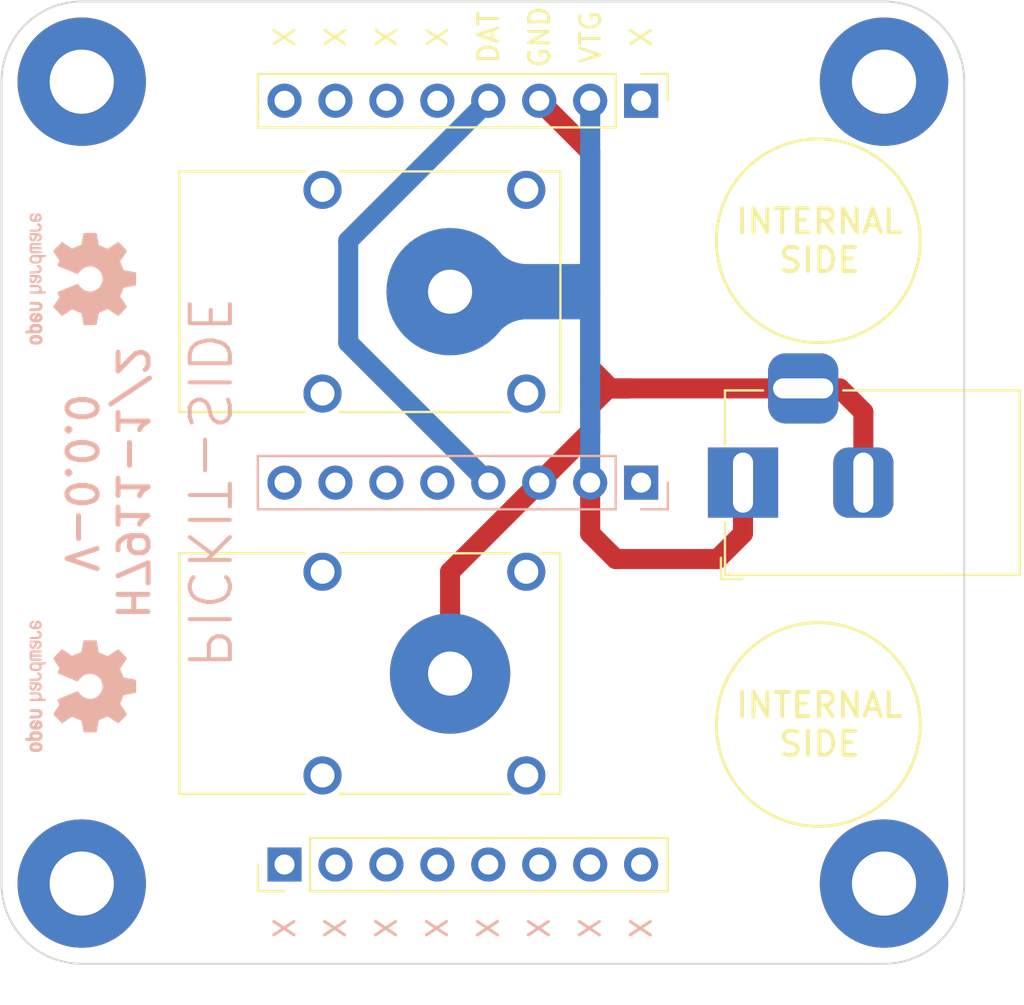
<source format=kicad_pcb>
(kicad_pcb (version 20240108) (generator "pcbnew") (generator_version "8.0")
  (layers (0 "F.Cu" signal) (31 "B.Cu" signal) (34 "B.Paste" user) (35 "F.Paste" user) (36 "B.SilkS" user "B.Silkscreen") (37 "F.SilkS" user "F.Silkscreen") (38 "B.Mask" user) (39 "F.Mask" user) (44 "Edge.Cuts" user))
  (net 0 "")
  (net 2 "/Master/Master_VTG")
  (net 3 "/Master/Master_DAT")
  (net 8 "/Master/Master_GND")
  (footprint "MountingHole:MountingHole_3.2mm_M3_Pad_TopBottom" (layer "F.Cu") (at 86.48 53.66)
    (property "Reference" "H1" (hide yes))
    (property "Value" "MountingHole" (hide yes))
    (pad "1" thru_hole circle (at 0 0) (size 3.6 3.6) (drill 3.2) (layers "*.Cu" "*.Mask"))
    (pad "1" connect circle (at 0 0) (size 6.4 6.4) (layers "F.Cu" "F.Mask"))
    (pad "1" connect circle (at 0 0) (size 6.4 6.4) (layers "B.Cu" "B.Mask"))
  )
  (footprint "Connector_PinHeader_2.54mm:PinHeader_1x08_P2.54mm_Vertical" (layer "F.Cu") (at 96.59 92.71 90)
    (property "Reference" "J3" (hide yes))
    (property "Value" "CON" (hide yes))
    (pad "1" thru_hole rect (at 0 0 90) (size 1.7 1.7) (drill 1) (layers "*.Cu" "*.Mask"))
    (pad "2" thru_hole oval (at 0 2.54 90) (size 1.7 1.7) (drill 1) (layers "*.Cu" "*.Mask"))
    (pad "3" thru_hole oval (at 0 5.08 90) (size 1.7 1.7) (drill 1) (layers "*.Cu" "*.Mask"))
    (pad "4" thru_hole oval (at 0 7.62 90) (size 1.7 1.7) (drill 1) (layers "*.Cu" "*.Mask"))
    (pad "5" thru_hole oval (at 0 10.16 90) (size 1.7 1.7) (drill 1) (layers "*.Cu" "*.Mask"))
    (pad "6" thru_hole oval (at 0 12.7 90) (size 1.7 1.7) (drill 1) (layers "*.Cu" "*.Mask"))
    (pad "7" thru_hole oval (at 0 15.24 90) (size 1.7 1.7) (drill 1) (layers "*.Cu" "*.Mask"))
    (pad "8" thru_hole oval (at 0 17.78 90) (size 1.7 1.7) (drill 1) (layers "*.Cu" "*.Mask"))
  )
  (footprint "Connector_BarrelJack:BarrelJack_Horizontal" (layer "F.Cu") (at 119.45 73.66 180)
    (property "Reference" "J10" (hide yes))
    (property "Value" "Barrel_Jack_Switch" (hide yes))
    (pad "1" thru_hole rect (at 0 0 180) (size 3.5 3.5) (drill oval 1 3) (layers "*.Cu" "*.Mask") (net 2 "/Master/Master_VTG"))
    (pad "2" thru_hole roundrect (at -6 0 180) (size 3 3.5) (drill oval 1 3) (layers "*.Cu" "*.Mask") (net 8 "/Master/Master_GND"))
    (pad "3" thru_hole roundrect (at -3 4.7 180) (size 3.5 3.5) (drill oval 3 1) (layers "*.Cu" "*.Mask") (net 8 "/Master/Master_GND"))
  )
  (footprint "schutzinger SWEB 8094:SWEB 8094 BLACK" (layer "F.Cu") (at 104.845 83.185 90)
    (property "Reference" "J7" (hide yes))
    (property "Value" "~" (hide yes))
    (pad "1" thru_hole circle (at 0 0 90) (size 6 6) (drill 2.2) (layers "*.Cu" "*.Mask") (net 8 "/Master/Master_GND"))
    (pad "MP" thru_hole circle (at -5.08 -6.36 90) (size 1.9 1.9) (drill 1.2) (layers "*.Cu" "*.Mask"))
    (pad "MP" thru_hole circle (at -5.08 3.8 90) (size 1.9 1.9) (drill 1.2) (layers "*.Cu" "*.Mask"))
    (pad "MP" thru_hole circle (at 5.08 -6.36 90) (size 1.9 1.9) (drill 1.2) (layers "*.Cu" "*.Mask"))
    (pad "MP" thru_hole circle (at 5.08 3.8 90) (size 1.9 1.9) (drill 1.2) (layers "*.Cu" "*.Mask"))
  )
  (footprint "MountingHole:MountingHole_3.2mm_M3_Pad_TopBottom" (layer "F.Cu") (at 86.48 93.66)
    (property "Reference" "H2" (hide yes))
    (property "Value" "MountingHole" (hide yes))
    (pad "1" thru_hole circle (at 0 0) (size 3.6 3.6) (drill 3.2) (layers "*.Cu" "*.Mask"))
    (pad "1" connect circle (at 0 0) (size 6.4 6.4) (layers "F.Cu" "F.Mask"))
    (pad "1" connect circle (at 0 0) (size 6.4 6.4) (layers "B.Cu" "B.Mask"))
  )
  (footprint "MountingHole:MountingHole_3.2mm_M3_Pad_TopBottom" (layer "F.Cu") (at 126.48 53.66)
    (property "Reference" "H3" (hide yes))
    (property "Value" "MountingHole" (hide yes))
    (pad "1" thru_hole circle (at 0 0) (size 3.6 3.6) (drill 3.2) (layers "*.Cu" "*.Mask"))
    (pad "1" connect circle (at 0 0) (size 6.4 6.4) (layers "F.Cu" "F.Mask"))
    (pad "1" connect circle (at 0 0) (size 6.4 6.4) (layers "B.Cu" "B.Mask"))
  )
  (footprint "Connector_PinHeader_2.54mm:PinHeader_1x08_P2.54mm_Vertical" (layer "F.Cu") (at 114.37 54.61 -90)
    (property "Reference" "J4" (hide yes))
    (property "Value" "CON" (hide yes))
    (pad "1" thru_hole rect (at 0 0 270) (size 1.7 1.7) (drill 1) (layers "*.Cu" "*.Mask"))
    (pad "2" thru_hole oval (at 0 2.54 270) (size 1.7 1.7) (drill 1) (layers "*.Cu" "*.Mask") (net 2 "/Master/Master_VTG"))
    (pad "3" thru_hole oval (at 0 5.08 270) (size 1.7 1.7) (drill 1) (layers "*.Cu" "*.Mask") (net 8 "/Master/Master_GND"))
    (pad "4" thru_hole oval (at 0 7.62 270) (size 1.7 1.7) (drill 1) (layers "*.Cu" "*.Mask") (net 3 "/Master/Master_DAT"))
    (pad "5" thru_hole oval (at 0 10.16 270) (size 1.7 1.7) (drill 1) (layers "*.Cu" "*.Mask"))
    (pad "6" thru_hole oval (at 0 12.7 270) (size 1.7 1.7) (drill 1) (layers "*.Cu" "*.Mask"))
    (pad "7" thru_hole oval (at 0 15.24 270) (size 1.7 1.7) (drill 1) (layers "*.Cu" "*.Mask"))
    (pad "8" thru_hole oval (at 0 17.78 270) (size 1.7 1.7) (drill 1) (layers "*.Cu" "*.Mask"))
  )
  (footprint "MountingHole:MountingHole_3.2mm_M3_Pad_TopBottom" (layer "F.Cu") (at 126.48 93.66)
    (property "Reference" "H4" (hide yes))
    (property "Value" "MountingHole" (hide yes))
    (pad "1" thru_hole circle (at 0 0) (size 3.6 3.6) (drill 3.2) (layers "*.Cu" "*.Mask"))
    (pad "1" connect circle (at 0 0) (size 6.4 6.4) (layers "F.Cu" "F.Mask"))
    (pad "1" connect circle (at 0 0) (size 6.4 6.4) (layers "B.Cu" "B.Mask"))
  )
  (footprint "schutzinger SWEB 8094:SWEB 8094 RED" (layer "F.Cu") (at 104.845 64.135 90)
    (property "Reference" "J6" (hide yes))
    (property "Value" "~" (hide yes))
    (pad "1" thru_hole circle (at 0 0 90) (size 6 6) (drill 2.2) (layers "*.Cu" "*.Mask") (net 2 "/Master/Master_VTG"))
    (pad "MP" thru_hole circle (at -5.08 -6.36 90) (size 1.9 1.9) (drill 1.2) (layers "*.Cu" "*.Mask"))
    (pad "MP" thru_hole circle (at -5.08 3.8 90) (size 1.9 1.9) (drill 1.2) (layers "*.Cu" "*.Mask"))
    (pad "MP" thru_hole circle (at 5.08 -6.36 90) (size 1.9 1.9) (drill 1.2) (layers "*.Cu" "*.Mask"))
    (pad "MP" thru_hole circle (at 5.08 3.8 90) (size 1.9 1.9) (drill 1.2) (layers "*.Cu" "*.Mask"))
  )
  (footprint "Connector_PinHeader_2.54mm:PinHeader_1x08_P2.54mm_Vertical" (layer "B.Cu") (at 114.37 73.66 90)
    (property "Reference" "J1" (hide yes))
    (property "Value" "PicKit" (hide yes))
    (pad "1" thru_hole rect (at 0 0 90) (size 1.7 1.7) (drill 1) (layers "*.Cu" "*.Mask"))
    (pad "2" thru_hole oval (at 0 -2.54 90) (size 1.7 1.7) (drill 1) (layers "*.Cu" "*.Mask") (net 2 "/Master/Master_VTG"))
    (pad "3" thru_hole oval (at 0 -5.08 90) (size 1.7 1.7) (drill 1) (layers "*.Cu" "*.Mask") (net 8 "/Master/Master_GND"))
    (pad "4" thru_hole oval (at 0 -7.62 90) (size 1.7 1.7) (drill 1) (layers "*.Cu" "*.Mask") (net 3 "/Master/Master_DAT"))
    (pad "5" thru_hole oval (at 0 -10.16 90) (size 1.7 1.7) (drill 1) (layers "*.Cu" "*.Mask"))
    (pad "6" thru_hole oval (at 0 -12.7 90) (size 1.7 1.7) (drill 1) (layers "*.Cu" "*.Mask"))
    (pad "7" thru_hole oval (at 0 -15.24 90) (size 1.7 1.7) (drill 1) (layers "*.Cu" "*.Mask"))
    (pad "8" thru_hole oval (at 0 -17.78 90) (size 1.7 1.7) (drill 1) (layers "*.Cu" "*.Mask"))
  )
  (footprint "Symbol:OSHW-Logo2_7.3x6mm_SilkScreen" (layer "B.Cu") (at 86.43 63.5 90)
    (property "Reference" "REF**" (hide yes))
    (property "Value" "OSHW-Logo2_7.3x6mm_SilkScreen" (hide yes))
  )
  (footprint "Symbol:OSHW-Logo2_7.3x6mm_SilkScreen" (layer "B.Cu") (at 86.43 83.82 90)
    (property "Reference" "REF**" (hide yes))
    (property "Value" "OSHW-Logo2_7.3x6mm_SilkScreen" (hide yes))
  )
  (gr_circle (center 123.205 61.595) (end 118.125 61.595) (stroke (width 0.15)) (fill none) (layer "F.SilkS"))
  (gr_circle (center 123.205 85.725) (end 118.125 85.725) (stroke (width 0.15)) (fill none) (layer "F.SilkS"))
  (gr_line (start 130.48 93.66) (end 130.48 53.66) (stroke (width 0.1)) (layer "Edge.Cuts"))
  (gr_arc (start 126.48 49.66) (mid 129.308427 50.831573) (end 130.48 53.66) (stroke (width 0.1)) (layer "Edge.Cuts"))
  (gr_arc (start 82.48 53.66) (mid 83.651573 50.831573) (end 86.48 49.66) (stroke (width 0.1)) (layer "Edge.Cuts"))
  (gr_line (start 86.48 97.66) (end 126.48 97.66) (stroke (width 0.1)) (layer "Edge.Cuts"))
  (gr_arc (start 86.48 97.66) (mid 83.651573 96.488427) (end 82.48 93.66) (stroke (width 0.1)) (layer "Edge.Cuts"))
  (gr_line (start 82.48 53.66) (end 82.48 93.66) (stroke (width 0.1)) (layer "Edge.Cuts"))
  (gr_arc (start 130.48 93.66) (mid 129.308427 96.488427) (end 126.48 97.66) (stroke (width 0.1)) (layer "Edge.Cuts"))
  (gr_line (start 126.48 49.66) (end 86.48 49.66) (stroke (width 0.1)) (layer "Edge.Cuts"))
  (gr_text "X" (at 99.13 95.885 90) (layer "B.SilkS") (effects (font (size 1 1)) (justify mirror)))
  (gr_text "X" (at 101.67 95.885 90) (layer "B.SilkS") (effects (font (size 1 1)) (justify mirror)))
  (gr_text "X" (at 111.83 95.885 90) (layer "B.SilkS") (effects (font (size 1 1)) (justify mirror)))
  (gr_text "V-0.0.0" (at 86.43 73.66 -90) (layer "B.SilkS") (effects (font (size 1.5 1.5) (thickness 0.25) (bold yes)) (justify mirror)))
  (gr_text "PICKIT-SIDE" (at 92.78 73.659998 -90) (layer "B.SilkS") (effects (font (size 2 2) (thickness 0.2)) (justify mirror)))
  (gr_text "X" (at 114.37 95.885 90) (layer "B.SilkS") (effects (font (size 1 1)) (justify mirror)))
  (gr_text "H7911-1/2" (at 88.97 73.66 -90) (layer "B.SilkS") (effects (font (size 1.5 1.5) (thickness 0.25) (bold yes)) (justify mirror)))
  (gr_text "X" (at 109.29 95.885 90) (layer "B.SilkS") (effects (font (size 1 1)) (justify mirror)))
  (gr_text "X" (at 96.605 95.885 90) (layer "B.SilkS") (effects (font (size 1 1)) (justify mirror)))
  (gr_text "X" (at 104.21 95.885 90) (layer "B.SilkS") (effects (font (size 1 1)) (justify mirror)))
  (gr_text "X" (at 106.75 95.885 90) (layer "B.SilkS") (effects (font (size 1 1)) (justify mirror)))
  (gr_text "X" (at 101.685 51.435 90) (layer "F.SilkS") (effects (font (size 1 1))))
  (gr_text "DAT" (at 106.765 51.435 90) (layer "F.SilkS") (effects (font (size 1 1))))
  (gr_text "X" (at 99.145 51.435 90) (layer "F.SilkS") (effects (font (size 1 1))))
  (gr_text "X" (at 99.145 95.885 90) (layer "F.SilkS") (effects (font (size 1 1))))
  (gr_text "X" (at 104.225 51.435 90) (layer "F.SilkS") (effects (font (size 1 1))))
  (gr_text "GND" (at 109.305 51.435 90) (layer "F.SilkS") (effects (font (size 1 1))))
  (gr_text "X" (at 96.605 51.435 90) (layer "F.SilkS") (effects (font (size 1 1))))
  (gr_text "X" (at 114.385 51.435 90) (layer "F.SilkS") (effects (font (size 1 1))))
  (gr_text "INTERNAL\nSIDE" (at 123.26 85.725 0) (layer "F.SilkS") (effects (font (size 1.2 1.2) (thickness 0.2) (bold yes))))
  (gr_text "X" (at 96.59 95.885 90) (layer "F.SilkS") (effects (font (size 1 1))))
  (gr_text "X" (at 106.765 95.885 90) (layer "F.SilkS") (effects (font (size 1 1))))
  (gr_text "VTG" (at 111.845 51.435 90) (layer "F.SilkS") (effects (font (size 1 1))))
  (gr_text "X" (at 101.685 95.885 90) (layer "F.SilkS") (effects (font (size 1 1))))
  (gr_text "X" (at 111.845 95.885 90) (layer "F.SilkS") (effects (font (size 1 1))))
  (gr_text "X" (at 114.385 95.885 90) (layer "F.SilkS") (effects (font (size 1 1))))
  (gr_text "X" (at 104.225 95.885 90) (layer "F.SilkS") (effects (font (size 1 1))))
  (gr_text "X" (at 109.305 95.885 90) (layer "F.SilkS") (effects (font (size 1 1))))
  (gr_text "INTERNAL\nSIDE" (at 123.26 61.595 0) (layer "F.SilkS") (effects (font (size 1.2 1.2) (thickness 0.2) (bold yes))))
  (segment (start 118.18 77.47) (end 113.1 77.47) (width 1) (layer "F.Cu") (net 2))
  (segment (start 111.83 76.2) (end 113.1 77.47) (width 1) (layer "F.Cu") (net 2))
  (segment (start 119.45 73.66) (end 119.45 76.2) (width 1) (layer "F.Cu") (net 2))
  (segment (start 119.45 76.2) (end 118.18 77.47) (width 1) (layer "F.Cu") (net 2))
  (segment (start 111.83 73.66) (end 111.83 76.2) (width 1) (layer "F.Cu") (net 2))
  (segment (start 111.83 64.135) (end 111.83 68.58) (width 1) (layer "B.Cu") (net 2))
  (segment (start 111.83 71.12) (end 111.83 73.66) (width 1) (layer "B.Cu") (net 2))
  (segment (start 111.83 54.61) (end 111.83 64.135) (width 1) (layer "B.Cu") (net 2))
  (segment (start 111.83 68.58) (end 111.83 71.12) (width 1) (layer "B.Cu") (net 2))
  (segment (start 99.765 61.595) (end 106.75 54.61) (width 1) (layer "B.Cu") (net 3))
  (segment (start 99.765 66.675) (end 99.765 61.595) (width 1) (layer "B.Cu") (net 3))
  (segment (start 106.75 73.66) (end 99.765 66.675) (width 1) (layer "B.Cu") (net 3))
  (segment (start 125.45 73.66) (end 125.45 70.134) (width 1) (layer "F.Cu") (net 8))
  (segment (start 111.83 68.58) (end 111.83 69.85) (width 1) (layer "F.Cu") (net 8))
  (segment (start 122.45 68.96) (end 123.64 68.96) (width 1) (layer "F.Cu") (net 8))
  (segment (start 111.83 69.595) (end 112.465 68.96) (width 1) (layer "F.Cu") (net 8))
  (segment (start 109.29 54.61) (end 111.83 57.15) (width 1) (layer "F.Cu") (net 8))
  (segment (start 112.72 68.96) (end 111.83 69.85) (width 1) (layer "F.Cu") (net 8))
  (segment (start 112.845 68.96) (end 111.83 67.945) (width 1) (layer "F.Cu") (net 8))
  (segment (start 111.83 67.945) (end 112.465 68.58) (width 1) (layer "F.Cu") (net 8))
  (segment (start 111.83 67.945) (end 111.83 68.58) (width 1) (layer "F.Cu") (net 8))
  (segment (start 125.45 70.134) (end 124.276 68.96) (width 1) (layer "F.Cu") (net 8))
  (segment (start 112.21 68.96) (end 111.83 68.58) (width 1) (layer "F.Cu") (net 8))
  (segment (start 112.465 68.96) (end 112.21 68.96) (width 1) (layer "F.Cu") (net 8))
  (segment (start 111.83 69.85) (end 111.83 69.595) (width 1) (layer "F.Cu") (net 8))
  (segment (start 104.845 78.105) (end 104.845 83.185) (width 1) (layer "F.Cu") (net 8))
  (segment (start 113.735 68.96) (end 112.845 68.96) (width 1) (layer "F.Cu") (net 8))
  (segment (start 111.83 69.85) (end 111.83 71.12) (width 1) (layer "F.Cu") (net 8))
  (segment (start 123.005 68.96) (end 113.735 68.96) (width 1) (layer "F.Cu") (net 8))
  (segment (start 113.735 68.96) (end 112.72 68.96) (width 1) (layer "F.Cu") (net 8))
  (segment (start 111.83 71.12) (end 109.29 73.66) (width 1) (layer "F.Cu") (net 8))
  (segment (start 111.83 57.15) (end 111.83 67.945) (width 1) (layer "F.Cu") (net 8))
  (segment (start 109.29 73.66) (end 104.845 78.105) (width 1) (layer "F.Cu") (net 8))
  (segment (start 113.735 68.96) (end 113.1 68.96) (width 1) (layer "F.Cu") (net 8))
  (segment (start 112.465 68.96) (end 112.465 68.58) (width 1) (layer "F.Cu") (net 8))
  (segment (start 124.276 68.96) (end 122.45 68.96) (width 1) (layer "F.Cu") (net 8))
  (segment (start 113.1 68.96) (end 112.465 68.96) (width 1) (layer "F.Cu") (net 8))
  (zone (net 2) (net_name "/Master/Master_VTG") (layer "B.Cu") (priority 1) (connect_pads yes (clearance 0)) (min_thickness 0.1) (fill yes (thermal_gap 0.5) (thermal_bridge_width 0.5))
    (polygon (pts (arc (start 107.385 62.23) (mid 101.67 64.135) (end 107.385 66.04)) (arc (start 107.385 66.04) (mid 107.967681 65.650665) (end 108.655 65.513949)) (xy 111.83 65.513949) (xy 111.83 62.756051) (arc (start 108.655 62.756051) (mid 107.967681 62.619335) (end 107.385 62.23))))
  )
)
</source>
